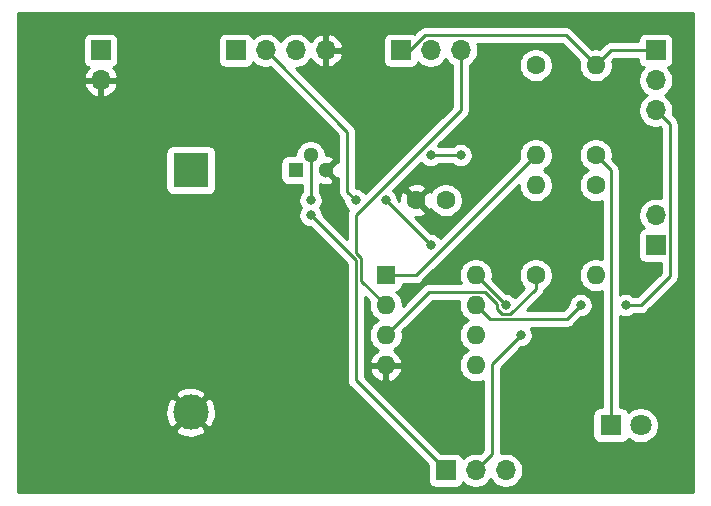
<source format=gbl>
G04 #@! TF.GenerationSoftware,KiCad,Pcbnew,5.1.9+dfsg1-1*
G04 #@! TF.CreationDate,2021-05-06T21:17:37+02:00*
G04 #@! TF.ProjectId,schema,73636865-6d61-42e6-9b69-6361645f7063,rev?*
G04 #@! TF.SameCoordinates,Original*
G04 #@! TF.FileFunction,Copper,L2,Bot*
G04 #@! TF.FilePolarity,Positive*
%FSLAX46Y46*%
G04 Gerber Fmt 4.6, Leading zero omitted, Abs format (unit mm)*
G04 Created by KiCad (PCBNEW 5.1.9+dfsg1-1) date 2021-05-06 21:17:37*
%MOMM*%
%LPD*%
G01*
G04 APERTURE LIST*
G04 #@! TA.AperFunction,ComponentPad*
%ADD10O,1.700000X1.700000*%
G04 #@! TD*
G04 #@! TA.AperFunction,ComponentPad*
%ADD11R,1.700000X1.700000*%
G04 #@! TD*
G04 #@! TA.AperFunction,ComponentPad*
%ADD12R,3.000000X3.000000*%
G04 #@! TD*
G04 #@! TA.AperFunction,ComponentPad*
%ADD13C,3.000000*%
G04 #@! TD*
G04 #@! TA.AperFunction,ComponentPad*
%ADD14C,1.600000*%
G04 #@! TD*
G04 #@! TA.AperFunction,ComponentPad*
%ADD15O,1.600000X1.600000*%
G04 #@! TD*
G04 #@! TA.AperFunction,ComponentPad*
%ADD16R,1.600000X1.600000*%
G04 #@! TD*
G04 #@! TA.AperFunction,ComponentPad*
%ADD17R,1.300000X1.300000*%
G04 #@! TD*
G04 #@! TA.AperFunction,ComponentPad*
%ADD18C,1.300000*%
G04 #@! TD*
G04 #@! TA.AperFunction,ComponentPad*
%ADD19C,1.800000*%
G04 #@! TD*
G04 #@! TA.AperFunction,ComponentPad*
%ADD20R,1.800000X1.800000*%
G04 #@! TD*
G04 #@! TA.AperFunction,ViaPad*
%ADD21C,0.800000*%
G04 #@! TD*
G04 #@! TA.AperFunction,Conductor*
%ADD22C,0.250000*%
G04 #@! TD*
G04 #@! TA.AperFunction,Conductor*
%ADD23C,0.254000*%
G04 #@! TD*
G04 #@! TA.AperFunction,Conductor*
%ADD24C,0.100000*%
G04 #@! TD*
G04 APERTURE END LIST*
D10*
X149860000Y-146050000D03*
X147320000Y-146050000D03*
D11*
X144780000Y-146050000D03*
D12*
X123190000Y-120650000D03*
D13*
X123190000Y-141140000D03*
D14*
X142280000Y-123190000D03*
X144780000Y-123190000D03*
D10*
X115570000Y-113030000D03*
D11*
X115570000Y-110490000D03*
D15*
X147320000Y-129540000D03*
X139700000Y-137160000D03*
X147320000Y-132080000D03*
X139700000Y-134620000D03*
X147320000Y-134620000D03*
X139700000Y-132080000D03*
X147320000Y-137160000D03*
D16*
X139700000Y-129540000D03*
D15*
X157480000Y-111760000D03*
D14*
X157480000Y-119380000D03*
D15*
X152400000Y-121920000D03*
D14*
X152400000Y-129540000D03*
D15*
X157480000Y-129540000D03*
D14*
X157480000Y-121920000D03*
D15*
X152400000Y-119380000D03*
D14*
X152400000Y-111760000D03*
D17*
X132080000Y-120650000D03*
D18*
X134620000Y-120650000D03*
X133350000Y-119380000D03*
D10*
X162560000Y-124460000D03*
D11*
X162560000Y-127000000D03*
D10*
X146050000Y-110490000D03*
X143510000Y-110490000D03*
D11*
X140970000Y-110490000D03*
D10*
X162560000Y-115570000D03*
X162560000Y-113030000D03*
D11*
X162560000Y-110490000D03*
D10*
X134620000Y-110490000D03*
X132080000Y-110490000D03*
X129540000Y-110490000D03*
D11*
X127000000Y-110490000D03*
D19*
X161290000Y-142240000D03*
D20*
X158750000Y-142240000D03*
D21*
X149860000Y-132080000D03*
X151130000Y-134620000D03*
X143510000Y-127000000D03*
X139700000Y-123190000D03*
X137160000Y-123190000D03*
X156210000Y-132080000D03*
X160020000Y-132080000D03*
X133350000Y-124460000D03*
X133350000Y-123190000D03*
X146050000Y-119380000D03*
X143510000Y-119380000D03*
D22*
X147320000Y-129540000D02*
X149860000Y-132080000D01*
X148684999Y-144685001D02*
X147320000Y-146050000D01*
X148684999Y-137065001D02*
X148684999Y-144685001D01*
X151130000Y-134620000D02*
X148684999Y-137065001D01*
X158750000Y-120650000D02*
X157480000Y-119380000D01*
X158750000Y-142240000D02*
X158750000Y-120650000D01*
X143510000Y-127000000D02*
X139700000Y-123190000D01*
X137160000Y-123190000D02*
X136434999Y-122464999D01*
X136434999Y-122464999D02*
X136434999Y-117384999D01*
X136434999Y-117384999D02*
X130389999Y-111339999D01*
X130389999Y-111339999D02*
X129540000Y-110490000D01*
X160020000Y-132080000D02*
X161290000Y-132080000D01*
X163735001Y-116745001D02*
X162560000Y-115570000D01*
X163735001Y-129634999D02*
X163735001Y-116745001D01*
X161290000Y-132080000D02*
X163735001Y-129634999D01*
X147320000Y-132080000D02*
X148495013Y-133255013D01*
X148495013Y-133255013D02*
X155034987Y-133255013D01*
X155034987Y-133255013D02*
X155810001Y-132479999D01*
X155810001Y-132479999D02*
X156210000Y-132080000D01*
X158750000Y-110490000D02*
X157480000Y-111760000D01*
X162560000Y-110490000D02*
X158750000Y-110490000D01*
X157480000Y-111760000D02*
X154940000Y-109220000D01*
X141770998Y-110490000D02*
X140970000Y-110490000D01*
X143040998Y-109220000D02*
X141770998Y-110490000D01*
X154940000Y-109220000D02*
X143040998Y-109220000D01*
X144780000Y-146050000D02*
X137160000Y-138430000D01*
X137160000Y-128270000D02*
X133350000Y-124460000D01*
X137160000Y-138430000D02*
X137160000Y-128270000D01*
X133350000Y-123190000D02*
X133350000Y-119380000D01*
X146050000Y-110490000D02*
X146050000Y-115570000D01*
X137160000Y-124460000D02*
X137160000Y-127633590D01*
X146050000Y-115570000D02*
X137160000Y-124460000D01*
X137160000Y-127633590D02*
X137610011Y-128083600D01*
X137610011Y-128083600D02*
X137610011Y-129990011D01*
X137610011Y-129990011D02*
X139700000Y-132080000D01*
X146050000Y-119380000D02*
X143510000Y-119380000D01*
X142240000Y-129540000D02*
X152400000Y-119380000D01*
X139700000Y-129540000D02*
X142240000Y-129540000D01*
X152400000Y-130671370D02*
X150266368Y-132805002D01*
X149134998Y-131991408D02*
X148098589Y-130954999D01*
X149134998Y-132428002D02*
X149134998Y-131991408D01*
X143365001Y-130954999D02*
X139700000Y-134620000D01*
X148098589Y-130954999D02*
X143365001Y-130954999D01*
X150266368Y-132805002D02*
X149511998Y-132805002D01*
X152400000Y-129540000D02*
X152400000Y-130671370D01*
X149511998Y-132805002D02*
X149134998Y-132428002D01*
D23*
X165710001Y-147930000D02*
X108610000Y-147930000D01*
X108610000Y-142631653D01*
X121877952Y-142631653D01*
X122033962Y-142947214D01*
X122408745Y-143138020D01*
X122813551Y-143252044D01*
X123232824Y-143284902D01*
X123650451Y-143235334D01*
X124050383Y-143105243D01*
X124346038Y-142947214D01*
X124502048Y-142631653D01*
X123190000Y-141319605D01*
X121877952Y-142631653D01*
X108610000Y-142631653D01*
X108610000Y-141182824D01*
X121045098Y-141182824D01*
X121094666Y-141600451D01*
X121224757Y-142000383D01*
X121382786Y-142296038D01*
X121698347Y-142452048D01*
X123010395Y-141140000D01*
X123369605Y-141140000D01*
X124681653Y-142452048D01*
X124997214Y-142296038D01*
X125188020Y-141921255D01*
X125302044Y-141516449D01*
X125334902Y-141097176D01*
X125285334Y-140679549D01*
X125155243Y-140279617D01*
X124997214Y-139983962D01*
X124681653Y-139827952D01*
X123369605Y-141140000D01*
X123010395Y-141140000D01*
X121698347Y-139827952D01*
X121382786Y-139983962D01*
X121191980Y-140358745D01*
X121077956Y-140763551D01*
X121045098Y-141182824D01*
X108610000Y-141182824D01*
X108610000Y-139648347D01*
X121877952Y-139648347D01*
X123190000Y-140960395D01*
X124502048Y-139648347D01*
X124346038Y-139332786D01*
X123971255Y-139141980D01*
X123566449Y-139027956D01*
X123147176Y-138995098D01*
X122729549Y-139044666D01*
X122329617Y-139174757D01*
X122033962Y-139332786D01*
X121877952Y-139648347D01*
X108610000Y-139648347D01*
X108610000Y-119150000D01*
X121051928Y-119150000D01*
X121051928Y-122150000D01*
X121064188Y-122274482D01*
X121100498Y-122394180D01*
X121159463Y-122504494D01*
X121238815Y-122601185D01*
X121335506Y-122680537D01*
X121445820Y-122739502D01*
X121565518Y-122775812D01*
X121690000Y-122788072D01*
X124690000Y-122788072D01*
X124814482Y-122775812D01*
X124934180Y-122739502D01*
X125044494Y-122680537D01*
X125141185Y-122601185D01*
X125220537Y-122504494D01*
X125279502Y-122394180D01*
X125315812Y-122274482D01*
X125328072Y-122150000D01*
X125328072Y-119150000D01*
X125315812Y-119025518D01*
X125279502Y-118905820D01*
X125220537Y-118795506D01*
X125141185Y-118698815D01*
X125044494Y-118619463D01*
X124934180Y-118560498D01*
X124814482Y-118524188D01*
X124690000Y-118511928D01*
X121690000Y-118511928D01*
X121565518Y-118524188D01*
X121445820Y-118560498D01*
X121335506Y-118619463D01*
X121238815Y-118698815D01*
X121159463Y-118795506D01*
X121100498Y-118905820D01*
X121064188Y-119025518D01*
X121051928Y-119150000D01*
X108610000Y-119150000D01*
X108610000Y-113386890D01*
X114128524Y-113386890D01*
X114173175Y-113534099D01*
X114298359Y-113796920D01*
X114472412Y-114030269D01*
X114688645Y-114225178D01*
X114938748Y-114374157D01*
X115213109Y-114471481D01*
X115443000Y-114350814D01*
X115443000Y-113157000D01*
X115697000Y-113157000D01*
X115697000Y-114350814D01*
X115926891Y-114471481D01*
X116201252Y-114374157D01*
X116451355Y-114225178D01*
X116667588Y-114030269D01*
X116841641Y-113796920D01*
X116966825Y-113534099D01*
X117011476Y-113386890D01*
X116890155Y-113157000D01*
X115697000Y-113157000D01*
X115443000Y-113157000D01*
X114249845Y-113157000D01*
X114128524Y-113386890D01*
X108610000Y-113386890D01*
X108610000Y-109640000D01*
X114081928Y-109640000D01*
X114081928Y-111340000D01*
X114094188Y-111464482D01*
X114130498Y-111584180D01*
X114189463Y-111694494D01*
X114268815Y-111791185D01*
X114365506Y-111870537D01*
X114475820Y-111929502D01*
X114556466Y-111953966D01*
X114472412Y-112029731D01*
X114298359Y-112263080D01*
X114173175Y-112525901D01*
X114128524Y-112673110D01*
X114249845Y-112903000D01*
X115443000Y-112903000D01*
X115443000Y-112883000D01*
X115697000Y-112883000D01*
X115697000Y-112903000D01*
X116890155Y-112903000D01*
X117011476Y-112673110D01*
X116966825Y-112525901D01*
X116841641Y-112263080D01*
X116667588Y-112029731D01*
X116583534Y-111953966D01*
X116664180Y-111929502D01*
X116774494Y-111870537D01*
X116871185Y-111791185D01*
X116950537Y-111694494D01*
X117009502Y-111584180D01*
X117045812Y-111464482D01*
X117058072Y-111340000D01*
X117058072Y-109640000D01*
X125511928Y-109640000D01*
X125511928Y-111340000D01*
X125524188Y-111464482D01*
X125560498Y-111584180D01*
X125619463Y-111694494D01*
X125698815Y-111791185D01*
X125795506Y-111870537D01*
X125905820Y-111929502D01*
X126025518Y-111965812D01*
X126150000Y-111978072D01*
X127850000Y-111978072D01*
X127974482Y-111965812D01*
X128094180Y-111929502D01*
X128204494Y-111870537D01*
X128301185Y-111791185D01*
X128380537Y-111694494D01*
X128439502Y-111584180D01*
X128461513Y-111511620D01*
X128593368Y-111643475D01*
X128836589Y-111805990D01*
X129106842Y-111917932D01*
X129393740Y-111975000D01*
X129686260Y-111975000D01*
X129906408Y-111931209D01*
X135675000Y-117699802D01*
X135674999Y-119983644D01*
X135505527Y-119944078D01*
X134799605Y-120650000D01*
X135505527Y-121355922D01*
X135674999Y-121316356D01*
X135674999Y-122427676D01*
X135671323Y-122464999D01*
X135674999Y-122502321D01*
X135674999Y-122502331D01*
X135685996Y-122613984D01*
X135724071Y-122739502D01*
X135729453Y-122757245D01*
X135800025Y-122889275D01*
X135806983Y-122897753D01*
X135894998Y-123005000D01*
X135924001Y-123028802D01*
X136125000Y-123229801D01*
X136125000Y-123291939D01*
X136164774Y-123491898D01*
X136242795Y-123680256D01*
X136356063Y-123849774D01*
X136500226Y-123993937D01*
X136538391Y-124019438D01*
X136525026Y-124035724D01*
X136459613Y-124158102D01*
X136454454Y-124167754D01*
X136410997Y-124311015D01*
X136400000Y-124422668D01*
X136400000Y-124422678D01*
X136396324Y-124460000D01*
X136400000Y-124497323D01*
X136400001Y-126435199D01*
X134385000Y-124420199D01*
X134385000Y-124358061D01*
X134345226Y-124158102D01*
X134267205Y-123969744D01*
X134170490Y-123825000D01*
X134267205Y-123680256D01*
X134345226Y-123491898D01*
X134385000Y-123291939D01*
X134385000Y-123088061D01*
X134345226Y-122888102D01*
X134267205Y-122699744D01*
X134153937Y-122530226D01*
X134110000Y-122486289D01*
X134110000Y-121829851D01*
X134197374Y-121870095D01*
X134443524Y-121929102D01*
X134696455Y-121938952D01*
X134946449Y-121899270D01*
X135183896Y-121811578D01*
X135272534Y-121764201D01*
X135325922Y-121535527D01*
X134620000Y-120829605D01*
X134605858Y-120843748D01*
X134426253Y-120664143D01*
X134440395Y-120650000D01*
X134426253Y-120635858D01*
X134605858Y-120456253D01*
X134620000Y-120470395D01*
X135325922Y-119764473D01*
X135272534Y-119535799D01*
X135042626Y-119429905D01*
X134796476Y-119370898D01*
X134635000Y-119364610D01*
X134635000Y-119253439D01*
X134585619Y-119005179D01*
X134488753Y-118771324D01*
X134348125Y-118560860D01*
X134169140Y-118381875D01*
X133958676Y-118241247D01*
X133724821Y-118144381D01*
X133476561Y-118095000D01*
X133223439Y-118095000D01*
X132975179Y-118144381D01*
X132741324Y-118241247D01*
X132530860Y-118381875D01*
X132351875Y-118560860D01*
X132211247Y-118771324D01*
X132114381Y-119005179D01*
X132065000Y-119253439D01*
X132065000Y-119361928D01*
X131430000Y-119361928D01*
X131305518Y-119374188D01*
X131185820Y-119410498D01*
X131075506Y-119469463D01*
X130978815Y-119548815D01*
X130899463Y-119645506D01*
X130840498Y-119755820D01*
X130804188Y-119875518D01*
X130791928Y-120000000D01*
X130791928Y-121300000D01*
X130804188Y-121424482D01*
X130840498Y-121544180D01*
X130899463Y-121654494D01*
X130978815Y-121751185D01*
X131075506Y-121830537D01*
X131185820Y-121889502D01*
X131305518Y-121925812D01*
X131430000Y-121938072D01*
X132590000Y-121938072D01*
X132590000Y-122486289D01*
X132546063Y-122530226D01*
X132432795Y-122699744D01*
X132354774Y-122888102D01*
X132315000Y-123088061D01*
X132315000Y-123291939D01*
X132354774Y-123491898D01*
X132432795Y-123680256D01*
X132529510Y-123825000D01*
X132432795Y-123969744D01*
X132354774Y-124158102D01*
X132315000Y-124358061D01*
X132315000Y-124561939D01*
X132354774Y-124761898D01*
X132432795Y-124950256D01*
X132546063Y-125119774D01*
X132690226Y-125263937D01*
X132859744Y-125377205D01*
X133048102Y-125455226D01*
X133248061Y-125495000D01*
X133310199Y-125495000D01*
X136400001Y-128584803D01*
X136400000Y-138392678D01*
X136396324Y-138430000D01*
X136400000Y-138467322D01*
X136400000Y-138467332D01*
X136410997Y-138578985D01*
X136454454Y-138722246D01*
X136525026Y-138854276D01*
X136564871Y-138902826D01*
X136619999Y-138970001D01*
X136649003Y-138993804D01*
X143291928Y-145636730D01*
X143291928Y-146900000D01*
X143304188Y-147024482D01*
X143340498Y-147144180D01*
X143399463Y-147254494D01*
X143478815Y-147351185D01*
X143575506Y-147430537D01*
X143685820Y-147489502D01*
X143805518Y-147525812D01*
X143930000Y-147538072D01*
X145630000Y-147538072D01*
X145754482Y-147525812D01*
X145874180Y-147489502D01*
X145984494Y-147430537D01*
X146081185Y-147351185D01*
X146160537Y-147254494D01*
X146219502Y-147144180D01*
X146241513Y-147071620D01*
X146373368Y-147203475D01*
X146616589Y-147365990D01*
X146886842Y-147477932D01*
X147173740Y-147535000D01*
X147466260Y-147535000D01*
X147753158Y-147477932D01*
X148023411Y-147365990D01*
X148266632Y-147203475D01*
X148473475Y-146996632D01*
X148590000Y-146822240D01*
X148706525Y-146996632D01*
X148913368Y-147203475D01*
X149156589Y-147365990D01*
X149426842Y-147477932D01*
X149713740Y-147535000D01*
X150006260Y-147535000D01*
X150293158Y-147477932D01*
X150563411Y-147365990D01*
X150806632Y-147203475D01*
X151013475Y-146996632D01*
X151175990Y-146753411D01*
X151287932Y-146483158D01*
X151345000Y-146196260D01*
X151345000Y-145903740D01*
X151287932Y-145616842D01*
X151175990Y-145346589D01*
X151013475Y-145103368D01*
X150806632Y-144896525D01*
X150563411Y-144734010D01*
X150293158Y-144622068D01*
X150006260Y-144565000D01*
X149713740Y-144565000D01*
X149444999Y-144618456D01*
X149444999Y-137379802D01*
X151169802Y-135655000D01*
X151231939Y-135655000D01*
X151431898Y-135615226D01*
X151620256Y-135537205D01*
X151789774Y-135423937D01*
X151933937Y-135279774D01*
X152047205Y-135110256D01*
X152125226Y-134921898D01*
X152165000Y-134721939D01*
X152165000Y-134518061D01*
X152125226Y-134318102D01*
X152047205Y-134129744D01*
X151970544Y-134015013D01*
X154997665Y-134015013D01*
X155034987Y-134018689D01*
X155072309Y-134015013D01*
X155072320Y-134015013D01*
X155183973Y-134004016D01*
X155327234Y-133960559D01*
X155459263Y-133889987D01*
X155574988Y-133795014D01*
X155598790Y-133766011D01*
X156249802Y-133115000D01*
X156311939Y-133115000D01*
X156511898Y-133075226D01*
X156700256Y-132997205D01*
X156869774Y-132883937D01*
X157013937Y-132739774D01*
X157127205Y-132570256D01*
X157205226Y-132381898D01*
X157245000Y-132181939D01*
X157245000Y-131978061D01*
X157205226Y-131778102D01*
X157127205Y-131589744D01*
X157013937Y-131420226D01*
X156869774Y-131276063D01*
X156700256Y-131162795D01*
X156511898Y-131084774D01*
X156311939Y-131045000D01*
X156108061Y-131045000D01*
X155908102Y-131084774D01*
X155719744Y-131162795D01*
X155550226Y-131276063D01*
X155406063Y-131420226D01*
X155292795Y-131589744D01*
X155214774Y-131778102D01*
X155175000Y-131978061D01*
X155175000Y-132040198D01*
X154720186Y-132495013D01*
X151651158Y-132495013D01*
X152911003Y-131235169D01*
X152940001Y-131211371D01*
X153034974Y-131095646D01*
X153105546Y-130963617D01*
X153149003Y-130820356D01*
X153154798Y-130761519D01*
X153314759Y-130654637D01*
X153514637Y-130454759D01*
X153671680Y-130219727D01*
X153779853Y-129958574D01*
X153835000Y-129681335D01*
X153835000Y-129398665D01*
X153779853Y-129121426D01*
X153671680Y-128860273D01*
X153514637Y-128625241D01*
X153314759Y-128425363D01*
X153079727Y-128268320D01*
X152818574Y-128160147D01*
X152541335Y-128105000D01*
X152258665Y-128105000D01*
X151981426Y-128160147D01*
X151720273Y-128268320D01*
X151485241Y-128425363D01*
X151285363Y-128625241D01*
X151128320Y-128860273D01*
X151020147Y-129121426D01*
X150965000Y-129398665D01*
X150965000Y-129681335D01*
X151020147Y-129958574D01*
X151128320Y-130219727D01*
X151285363Y-130454759D01*
X151413586Y-130582982D01*
X150620140Y-131376429D01*
X150519774Y-131276063D01*
X150350256Y-131162795D01*
X150161898Y-131084774D01*
X149961939Y-131045000D01*
X149899803Y-131045000D01*
X148718688Y-129863886D01*
X148755000Y-129681335D01*
X148755000Y-129398665D01*
X148699853Y-129121426D01*
X148591680Y-128860273D01*
X148434637Y-128625241D01*
X148234759Y-128425363D01*
X147999727Y-128268320D01*
X147738574Y-128160147D01*
X147461335Y-128105000D01*
X147178665Y-128105000D01*
X146901426Y-128160147D01*
X146640273Y-128268320D01*
X146405241Y-128425363D01*
X146205363Y-128625241D01*
X146048320Y-128860273D01*
X145940147Y-129121426D01*
X145885000Y-129398665D01*
X145885000Y-129681335D01*
X145940147Y-129958574D01*
X146038077Y-130194999D01*
X143402323Y-130194999D01*
X143365000Y-130191323D01*
X143327677Y-130194999D01*
X143327668Y-130194999D01*
X143216015Y-130205996D01*
X143072754Y-130249453D01*
X142940724Y-130320025D01*
X142862769Y-130384002D01*
X142825000Y-130414998D01*
X142801202Y-130443996D01*
X141135000Y-132110198D01*
X141135000Y-131938665D01*
X141079853Y-131661426D01*
X140971680Y-131400273D01*
X140814637Y-131165241D01*
X140616039Y-130966643D01*
X140624482Y-130965812D01*
X140744180Y-130929502D01*
X140854494Y-130870537D01*
X140951185Y-130791185D01*
X141030537Y-130694494D01*
X141089502Y-130584180D01*
X141125812Y-130464482D01*
X141138072Y-130340000D01*
X141138072Y-130300000D01*
X142202678Y-130300000D01*
X142240000Y-130303676D01*
X142277322Y-130300000D01*
X142277333Y-130300000D01*
X142388986Y-130289003D01*
X142532247Y-130245546D01*
X142664276Y-130174974D01*
X142780001Y-130080001D01*
X142803804Y-130050997D01*
X150965000Y-121889802D01*
X150965000Y-122061335D01*
X151020147Y-122338574D01*
X151128320Y-122599727D01*
X151285363Y-122834759D01*
X151485241Y-123034637D01*
X151720273Y-123191680D01*
X151981426Y-123299853D01*
X152258665Y-123355000D01*
X152541335Y-123355000D01*
X152818574Y-123299853D01*
X153079727Y-123191680D01*
X153314759Y-123034637D01*
X153514637Y-122834759D01*
X153671680Y-122599727D01*
X153779853Y-122338574D01*
X153835000Y-122061335D01*
X153835000Y-121778665D01*
X153779853Y-121501426D01*
X153671680Y-121240273D01*
X153514637Y-121005241D01*
X153314759Y-120805363D01*
X153082241Y-120650000D01*
X153314759Y-120494637D01*
X153514637Y-120294759D01*
X153671680Y-120059727D01*
X153779853Y-119798574D01*
X153835000Y-119521335D01*
X153835000Y-119238665D01*
X153779853Y-118961426D01*
X153671680Y-118700273D01*
X153514637Y-118465241D01*
X153314759Y-118265363D01*
X153079727Y-118108320D01*
X152818574Y-118000147D01*
X152541335Y-117945000D01*
X152258665Y-117945000D01*
X151981426Y-118000147D01*
X151720273Y-118108320D01*
X151485241Y-118265363D01*
X151285363Y-118465241D01*
X151128320Y-118700273D01*
X151020147Y-118961426D01*
X150965000Y-119238665D01*
X150965000Y-119521335D01*
X151001312Y-119703886D01*
X144334379Y-126370820D01*
X144313937Y-126340226D01*
X144169774Y-126196063D01*
X144000256Y-126082795D01*
X143811898Y-126004774D01*
X143611939Y-125965000D01*
X143549802Y-125965000D01*
X142207993Y-124623192D01*
X142350512Y-124630217D01*
X142630130Y-124588787D01*
X142896292Y-124493603D01*
X143021514Y-124426671D01*
X143093097Y-124182702D01*
X142280000Y-123369605D01*
X142265858Y-123383748D01*
X142086253Y-123204143D01*
X142100395Y-123190000D01*
X142459605Y-123190000D01*
X143272702Y-124003097D01*
X143516671Y-123931514D01*
X143530324Y-123902659D01*
X143665363Y-124104759D01*
X143865241Y-124304637D01*
X144100273Y-124461680D01*
X144361426Y-124569853D01*
X144638665Y-124625000D01*
X144921335Y-124625000D01*
X145198574Y-124569853D01*
X145459727Y-124461680D01*
X145694759Y-124304637D01*
X145894637Y-124104759D01*
X146051680Y-123869727D01*
X146159853Y-123608574D01*
X146215000Y-123331335D01*
X146215000Y-123048665D01*
X146159853Y-122771426D01*
X146051680Y-122510273D01*
X145894637Y-122275241D01*
X145694759Y-122075363D01*
X145459727Y-121918320D01*
X145198574Y-121810147D01*
X144921335Y-121755000D01*
X144638665Y-121755000D01*
X144361426Y-121810147D01*
X144100273Y-121918320D01*
X143865241Y-122075363D01*
X143665363Y-122275241D01*
X143531308Y-122475869D01*
X143516671Y-122448486D01*
X143272702Y-122376903D01*
X142459605Y-123190000D01*
X142100395Y-123190000D01*
X141287298Y-122376903D01*
X141043329Y-122448486D01*
X140922429Y-122703996D01*
X140853700Y-122978184D01*
X140840043Y-123255242D01*
X140735000Y-123150199D01*
X140735000Y-123088061D01*
X140695226Y-122888102D01*
X140617205Y-122699744D01*
X140503937Y-122530226D01*
X140359774Y-122386063D01*
X140329180Y-122365621D01*
X140497503Y-122197298D01*
X141466903Y-122197298D01*
X142280000Y-123010395D01*
X143093097Y-122197298D01*
X143021514Y-121953329D01*
X142766004Y-121832429D01*
X142491816Y-121763700D01*
X142209488Y-121749783D01*
X141929870Y-121791213D01*
X141663708Y-121886397D01*
X141538486Y-121953329D01*
X141466903Y-122197298D01*
X140497503Y-122197298D01*
X142685621Y-120009180D01*
X142706063Y-120039774D01*
X142850226Y-120183937D01*
X143019744Y-120297205D01*
X143208102Y-120375226D01*
X143408061Y-120415000D01*
X143611939Y-120415000D01*
X143811898Y-120375226D01*
X144000256Y-120297205D01*
X144169774Y-120183937D01*
X144213711Y-120140000D01*
X145346289Y-120140000D01*
X145390226Y-120183937D01*
X145559744Y-120297205D01*
X145748102Y-120375226D01*
X145948061Y-120415000D01*
X146151939Y-120415000D01*
X146351898Y-120375226D01*
X146540256Y-120297205D01*
X146709774Y-120183937D01*
X146853937Y-120039774D01*
X146967205Y-119870256D01*
X147045226Y-119681898D01*
X147085000Y-119481939D01*
X147085000Y-119278061D01*
X147045226Y-119078102D01*
X146967205Y-118889744D01*
X146853937Y-118720226D01*
X146709774Y-118576063D01*
X146540256Y-118462795D01*
X146351898Y-118384774D01*
X146151939Y-118345000D01*
X145948061Y-118345000D01*
X145748102Y-118384774D01*
X145559744Y-118462795D01*
X145390226Y-118576063D01*
X145346289Y-118620000D01*
X144213711Y-118620000D01*
X144169774Y-118576063D01*
X144139181Y-118555621D01*
X146561003Y-116133799D01*
X146590001Y-116110001D01*
X146684974Y-115994276D01*
X146755546Y-115862247D01*
X146799003Y-115718986D01*
X146810000Y-115607333D01*
X146813677Y-115570000D01*
X146810000Y-115532667D01*
X146810000Y-111768178D01*
X146996632Y-111643475D01*
X147021442Y-111618665D01*
X150965000Y-111618665D01*
X150965000Y-111901335D01*
X151020147Y-112178574D01*
X151128320Y-112439727D01*
X151285363Y-112674759D01*
X151485241Y-112874637D01*
X151720273Y-113031680D01*
X151981426Y-113139853D01*
X152258665Y-113195000D01*
X152541335Y-113195000D01*
X152818574Y-113139853D01*
X153079727Y-113031680D01*
X153314759Y-112874637D01*
X153514637Y-112674759D01*
X153671680Y-112439727D01*
X153779853Y-112178574D01*
X153835000Y-111901335D01*
X153835000Y-111618665D01*
X153779853Y-111341426D01*
X153671680Y-111080273D01*
X153514637Y-110845241D01*
X153314759Y-110645363D01*
X153079727Y-110488320D01*
X152818574Y-110380147D01*
X152541335Y-110325000D01*
X152258665Y-110325000D01*
X151981426Y-110380147D01*
X151720273Y-110488320D01*
X151485241Y-110645363D01*
X151285363Y-110845241D01*
X151128320Y-111080273D01*
X151020147Y-111341426D01*
X150965000Y-111618665D01*
X147021442Y-111618665D01*
X147203475Y-111436632D01*
X147365990Y-111193411D01*
X147477932Y-110923158D01*
X147535000Y-110636260D01*
X147535000Y-110343740D01*
X147477932Y-110056842D01*
X147446103Y-109980000D01*
X154625199Y-109980000D01*
X156081312Y-111436114D01*
X156045000Y-111618665D01*
X156045000Y-111901335D01*
X156100147Y-112178574D01*
X156208320Y-112439727D01*
X156365363Y-112674759D01*
X156565241Y-112874637D01*
X156800273Y-113031680D01*
X157061426Y-113139853D01*
X157338665Y-113195000D01*
X157621335Y-113195000D01*
X157898574Y-113139853D01*
X158159727Y-113031680D01*
X158394759Y-112874637D01*
X158594637Y-112674759D01*
X158751680Y-112439727D01*
X158859853Y-112178574D01*
X158915000Y-111901335D01*
X158915000Y-111618665D01*
X158878688Y-111436114D01*
X159064802Y-111250000D01*
X161071928Y-111250000D01*
X161071928Y-111340000D01*
X161084188Y-111464482D01*
X161120498Y-111584180D01*
X161179463Y-111694494D01*
X161258815Y-111791185D01*
X161355506Y-111870537D01*
X161465820Y-111929502D01*
X161538380Y-111951513D01*
X161406525Y-112083368D01*
X161244010Y-112326589D01*
X161132068Y-112596842D01*
X161075000Y-112883740D01*
X161075000Y-113176260D01*
X161132068Y-113463158D01*
X161244010Y-113733411D01*
X161406525Y-113976632D01*
X161613368Y-114183475D01*
X161787760Y-114300000D01*
X161613368Y-114416525D01*
X161406525Y-114623368D01*
X161244010Y-114866589D01*
X161132068Y-115136842D01*
X161075000Y-115423740D01*
X161075000Y-115716260D01*
X161132068Y-116003158D01*
X161244010Y-116273411D01*
X161406525Y-116516632D01*
X161613368Y-116723475D01*
X161856589Y-116885990D01*
X162126842Y-116997932D01*
X162413740Y-117055000D01*
X162706260Y-117055000D01*
X162926408Y-117011210D01*
X162975002Y-117059804D01*
X162975002Y-123028456D01*
X162706260Y-122975000D01*
X162413740Y-122975000D01*
X162126842Y-123032068D01*
X161856589Y-123144010D01*
X161613368Y-123306525D01*
X161406525Y-123513368D01*
X161244010Y-123756589D01*
X161132068Y-124026842D01*
X161075000Y-124313740D01*
X161075000Y-124606260D01*
X161132068Y-124893158D01*
X161244010Y-125163411D01*
X161406525Y-125406632D01*
X161538380Y-125538487D01*
X161465820Y-125560498D01*
X161355506Y-125619463D01*
X161258815Y-125698815D01*
X161179463Y-125795506D01*
X161120498Y-125905820D01*
X161084188Y-126025518D01*
X161071928Y-126150000D01*
X161071928Y-127850000D01*
X161084188Y-127974482D01*
X161120498Y-128094180D01*
X161179463Y-128204494D01*
X161258815Y-128301185D01*
X161355506Y-128380537D01*
X161465820Y-128439502D01*
X161585518Y-128475812D01*
X161710000Y-128488072D01*
X162975001Y-128488072D01*
X162975001Y-129320197D01*
X160975199Y-131320000D01*
X160723711Y-131320000D01*
X160679774Y-131276063D01*
X160510256Y-131162795D01*
X160321898Y-131084774D01*
X160121939Y-131045000D01*
X159918061Y-131045000D01*
X159718102Y-131084774D01*
X159529744Y-131162795D01*
X159510000Y-131175987D01*
X159510000Y-120687322D01*
X159513676Y-120649999D01*
X159510000Y-120612676D01*
X159510000Y-120612667D01*
X159499003Y-120501014D01*
X159455546Y-120357753D01*
X159384974Y-120225724D01*
X159290001Y-120109999D01*
X159261003Y-120086201D01*
X158878688Y-119703886D01*
X158915000Y-119521335D01*
X158915000Y-119238665D01*
X158859853Y-118961426D01*
X158751680Y-118700273D01*
X158594637Y-118465241D01*
X158394759Y-118265363D01*
X158159727Y-118108320D01*
X157898574Y-118000147D01*
X157621335Y-117945000D01*
X157338665Y-117945000D01*
X157061426Y-118000147D01*
X156800273Y-118108320D01*
X156565241Y-118265363D01*
X156365363Y-118465241D01*
X156208320Y-118700273D01*
X156100147Y-118961426D01*
X156045000Y-119238665D01*
X156045000Y-119521335D01*
X156100147Y-119798574D01*
X156208320Y-120059727D01*
X156365363Y-120294759D01*
X156565241Y-120494637D01*
X156797759Y-120650000D01*
X156565241Y-120805363D01*
X156365363Y-121005241D01*
X156208320Y-121240273D01*
X156100147Y-121501426D01*
X156045000Y-121778665D01*
X156045000Y-122061335D01*
X156100147Y-122338574D01*
X156208320Y-122599727D01*
X156365363Y-122834759D01*
X156565241Y-123034637D01*
X156800273Y-123191680D01*
X157061426Y-123299853D01*
X157338665Y-123355000D01*
X157621335Y-123355000D01*
X157898574Y-123299853D01*
X157990001Y-123261983D01*
X157990001Y-128198017D01*
X157898574Y-128160147D01*
X157621335Y-128105000D01*
X157338665Y-128105000D01*
X157061426Y-128160147D01*
X156800273Y-128268320D01*
X156565241Y-128425363D01*
X156365363Y-128625241D01*
X156208320Y-128860273D01*
X156100147Y-129121426D01*
X156045000Y-129398665D01*
X156045000Y-129681335D01*
X156100147Y-129958574D01*
X156208320Y-130219727D01*
X156365363Y-130454759D01*
X156565241Y-130654637D01*
X156800273Y-130811680D01*
X157061426Y-130919853D01*
X157338665Y-130975000D01*
X157621335Y-130975000D01*
X157898574Y-130919853D01*
X157990001Y-130881983D01*
X157990000Y-140701928D01*
X157850000Y-140701928D01*
X157725518Y-140714188D01*
X157605820Y-140750498D01*
X157495506Y-140809463D01*
X157398815Y-140888815D01*
X157319463Y-140985506D01*
X157260498Y-141095820D01*
X157224188Y-141215518D01*
X157211928Y-141340000D01*
X157211928Y-143140000D01*
X157224188Y-143264482D01*
X157260498Y-143384180D01*
X157319463Y-143494494D01*
X157398815Y-143591185D01*
X157495506Y-143670537D01*
X157605820Y-143729502D01*
X157725518Y-143765812D01*
X157850000Y-143778072D01*
X159650000Y-143778072D01*
X159774482Y-143765812D01*
X159894180Y-143729502D01*
X160004494Y-143670537D01*
X160101185Y-143591185D01*
X160180537Y-143494494D01*
X160239502Y-143384180D01*
X160245056Y-143365873D01*
X160311495Y-143432312D01*
X160562905Y-143600299D01*
X160842257Y-143716011D01*
X161138816Y-143775000D01*
X161441184Y-143775000D01*
X161737743Y-143716011D01*
X162017095Y-143600299D01*
X162268505Y-143432312D01*
X162482312Y-143218505D01*
X162650299Y-142967095D01*
X162766011Y-142687743D01*
X162825000Y-142391184D01*
X162825000Y-142088816D01*
X162766011Y-141792257D01*
X162650299Y-141512905D01*
X162482312Y-141261495D01*
X162268505Y-141047688D01*
X162017095Y-140879701D01*
X161737743Y-140763989D01*
X161441184Y-140705000D01*
X161138816Y-140705000D01*
X160842257Y-140763989D01*
X160562905Y-140879701D01*
X160311495Y-141047688D01*
X160245056Y-141114127D01*
X160239502Y-141095820D01*
X160180537Y-140985506D01*
X160101185Y-140888815D01*
X160004494Y-140809463D01*
X159894180Y-140750498D01*
X159774482Y-140714188D01*
X159650000Y-140701928D01*
X159510000Y-140701928D01*
X159510000Y-132984013D01*
X159529744Y-132997205D01*
X159718102Y-133075226D01*
X159918061Y-133115000D01*
X160121939Y-133115000D01*
X160321898Y-133075226D01*
X160510256Y-132997205D01*
X160679774Y-132883937D01*
X160723711Y-132840000D01*
X161252678Y-132840000D01*
X161290000Y-132843676D01*
X161327322Y-132840000D01*
X161327333Y-132840000D01*
X161438986Y-132829003D01*
X161582247Y-132785546D01*
X161714276Y-132714974D01*
X161830001Y-132620001D01*
X161853804Y-132590997D01*
X164246005Y-130198797D01*
X164275002Y-130175000D01*
X164369975Y-130059275D01*
X164440547Y-129927246D01*
X164484004Y-129783985D01*
X164495001Y-129672332D01*
X164495001Y-129672331D01*
X164498678Y-129634999D01*
X164495001Y-129597666D01*
X164495001Y-116782323D01*
X164498677Y-116745000D01*
X164495001Y-116707677D01*
X164495001Y-116707668D01*
X164484004Y-116596015D01*
X164440547Y-116452754D01*
X164369975Y-116320725D01*
X164275002Y-116205000D01*
X164246004Y-116181202D01*
X164001210Y-115936408D01*
X164045000Y-115716260D01*
X164045000Y-115423740D01*
X163987932Y-115136842D01*
X163875990Y-114866589D01*
X163713475Y-114623368D01*
X163506632Y-114416525D01*
X163332240Y-114300000D01*
X163506632Y-114183475D01*
X163713475Y-113976632D01*
X163875990Y-113733411D01*
X163987932Y-113463158D01*
X164045000Y-113176260D01*
X164045000Y-112883740D01*
X163987932Y-112596842D01*
X163875990Y-112326589D01*
X163713475Y-112083368D01*
X163581620Y-111951513D01*
X163654180Y-111929502D01*
X163764494Y-111870537D01*
X163861185Y-111791185D01*
X163940537Y-111694494D01*
X163999502Y-111584180D01*
X164035812Y-111464482D01*
X164048072Y-111340000D01*
X164048072Y-109640000D01*
X164035812Y-109515518D01*
X163999502Y-109395820D01*
X163940537Y-109285506D01*
X163861185Y-109188815D01*
X163764494Y-109109463D01*
X163654180Y-109050498D01*
X163534482Y-109014188D01*
X163410000Y-109001928D01*
X161710000Y-109001928D01*
X161585518Y-109014188D01*
X161465820Y-109050498D01*
X161355506Y-109109463D01*
X161258815Y-109188815D01*
X161179463Y-109285506D01*
X161120498Y-109395820D01*
X161084188Y-109515518D01*
X161071928Y-109640000D01*
X161071928Y-109730000D01*
X158787322Y-109730000D01*
X158749999Y-109726324D01*
X158712676Y-109730000D01*
X158712667Y-109730000D01*
X158601014Y-109740997D01*
X158457753Y-109784454D01*
X158325724Y-109855026D01*
X158209999Y-109949999D01*
X158186201Y-109978997D01*
X157803886Y-110361312D01*
X157621335Y-110325000D01*
X157338665Y-110325000D01*
X157156114Y-110361312D01*
X155503804Y-108709003D01*
X155480001Y-108679999D01*
X155364276Y-108585026D01*
X155232247Y-108514454D01*
X155088986Y-108470997D01*
X154977333Y-108460000D01*
X154977322Y-108460000D01*
X154940000Y-108456324D01*
X154902678Y-108460000D01*
X143078320Y-108460000D01*
X143040997Y-108456324D01*
X143003674Y-108460000D01*
X143003665Y-108460000D01*
X142892012Y-108470997D01*
X142748751Y-108514454D01*
X142616722Y-108585026D01*
X142500997Y-108679999D01*
X142477199Y-108708997D01*
X142110786Y-109075410D01*
X142064180Y-109050498D01*
X141944482Y-109014188D01*
X141820000Y-109001928D01*
X140120000Y-109001928D01*
X139995518Y-109014188D01*
X139875820Y-109050498D01*
X139765506Y-109109463D01*
X139668815Y-109188815D01*
X139589463Y-109285506D01*
X139530498Y-109395820D01*
X139494188Y-109515518D01*
X139481928Y-109640000D01*
X139481928Y-111340000D01*
X139494188Y-111464482D01*
X139530498Y-111584180D01*
X139589463Y-111694494D01*
X139668815Y-111791185D01*
X139765506Y-111870537D01*
X139875820Y-111929502D01*
X139995518Y-111965812D01*
X140120000Y-111978072D01*
X141820000Y-111978072D01*
X141944482Y-111965812D01*
X142064180Y-111929502D01*
X142174494Y-111870537D01*
X142271185Y-111791185D01*
X142350537Y-111694494D01*
X142409502Y-111584180D01*
X142431513Y-111511620D01*
X142563368Y-111643475D01*
X142806589Y-111805990D01*
X143076842Y-111917932D01*
X143363740Y-111975000D01*
X143656260Y-111975000D01*
X143943158Y-111917932D01*
X144213411Y-111805990D01*
X144456632Y-111643475D01*
X144663475Y-111436632D01*
X144780000Y-111262240D01*
X144896525Y-111436632D01*
X145103368Y-111643475D01*
X145290000Y-111768179D01*
X145290001Y-115255197D01*
X137984379Y-122560820D01*
X137963937Y-122530226D01*
X137819774Y-122386063D01*
X137650256Y-122272795D01*
X137461898Y-122194774D01*
X137261939Y-122155000D01*
X137199801Y-122155000D01*
X137194999Y-122150198D01*
X137194999Y-117422321D01*
X137198675Y-117384999D01*
X137194999Y-117347676D01*
X137194999Y-117347666D01*
X137184002Y-117236013D01*
X137140545Y-117092752D01*
X137089862Y-116997932D01*
X137069973Y-116960722D01*
X136998798Y-116873996D01*
X136975000Y-116844998D01*
X136946002Y-116821200D01*
X132099801Y-111975000D01*
X132226260Y-111975000D01*
X132513158Y-111917932D01*
X132783411Y-111805990D01*
X133026632Y-111643475D01*
X133233475Y-111436632D01*
X133355195Y-111254466D01*
X133424822Y-111371355D01*
X133619731Y-111587588D01*
X133853080Y-111761641D01*
X134115901Y-111886825D01*
X134263110Y-111931476D01*
X134493000Y-111810155D01*
X134493000Y-110617000D01*
X134747000Y-110617000D01*
X134747000Y-111810155D01*
X134976890Y-111931476D01*
X135124099Y-111886825D01*
X135386920Y-111761641D01*
X135620269Y-111587588D01*
X135815178Y-111371355D01*
X135964157Y-111121252D01*
X136061481Y-110846891D01*
X135940814Y-110617000D01*
X134747000Y-110617000D01*
X134493000Y-110617000D01*
X134473000Y-110617000D01*
X134473000Y-110363000D01*
X134493000Y-110363000D01*
X134493000Y-109169845D01*
X134747000Y-109169845D01*
X134747000Y-110363000D01*
X135940814Y-110363000D01*
X136061481Y-110133109D01*
X135964157Y-109858748D01*
X135815178Y-109608645D01*
X135620269Y-109392412D01*
X135386920Y-109218359D01*
X135124099Y-109093175D01*
X134976890Y-109048524D01*
X134747000Y-109169845D01*
X134493000Y-109169845D01*
X134263110Y-109048524D01*
X134115901Y-109093175D01*
X133853080Y-109218359D01*
X133619731Y-109392412D01*
X133424822Y-109608645D01*
X133355195Y-109725534D01*
X133233475Y-109543368D01*
X133026632Y-109336525D01*
X132783411Y-109174010D01*
X132513158Y-109062068D01*
X132226260Y-109005000D01*
X131933740Y-109005000D01*
X131646842Y-109062068D01*
X131376589Y-109174010D01*
X131133368Y-109336525D01*
X130926525Y-109543368D01*
X130810000Y-109717760D01*
X130693475Y-109543368D01*
X130486632Y-109336525D01*
X130243411Y-109174010D01*
X129973158Y-109062068D01*
X129686260Y-109005000D01*
X129393740Y-109005000D01*
X129106842Y-109062068D01*
X128836589Y-109174010D01*
X128593368Y-109336525D01*
X128461513Y-109468380D01*
X128439502Y-109395820D01*
X128380537Y-109285506D01*
X128301185Y-109188815D01*
X128204494Y-109109463D01*
X128094180Y-109050498D01*
X127974482Y-109014188D01*
X127850000Y-109001928D01*
X126150000Y-109001928D01*
X126025518Y-109014188D01*
X125905820Y-109050498D01*
X125795506Y-109109463D01*
X125698815Y-109188815D01*
X125619463Y-109285506D01*
X125560498Y-109395820D01*
X125524188Y-109515518D01*
X125511928Y-109640000D01*
X117058072Y-109640000D01*
X117045812Y-109515518D01*
X117009502Y-109395820D01*
X116950537Y-109285506D01*
X116871185Y-109188815D01*
X116774494Y-109109463D01*
X116664180Y-109050498D01*
X116544482Y-109014188D01*
X116420000Y-109001928D01*
X114720000Y-109001928D01*
X114595518Y-109014188D01*
X114475820Y-109050498D01*
X114365506Y-109109463D01*
X114268815Y-109188815D01*
X114189463Y-109285506D01*
X114130498Y-109395820D01*
X114094188Y-109515518D01*
X114081928Y-109640000D01*
X108610000Y-109640000D01*
X108610000Y-107340000D01*
X165710000Y-107340000D01*
X165710001Y-147930000D01*
G04 #@! TA.AperFunction,Conductor*
D24*
G36*
X165710001Y-147930000D02*
G01*
X108610000Y-147930000D01*
X108610000Y-142631653D01*
X121877952Y-142631653D01*
X122033962Y-142947214D01*
X122408745Y-143138020D01*
X122813551Y-143252044D01*
X123232824Y-143284902D01*
X123650451Y-143235334D01*
X124050383Y-143105243D01*
X124346038Y-142947214D01*
X124502048Y-142631653D01*
X123190000Y-141319605D01*
X121877952Y-142631653D01*
X108610000Y-142631653D01*
X108610000Y-141182824D01*
X121045098Y-141182824D01*
X121094666Y-141600451D01*
X121224757Y-142000383D01*
X121382786Y-142296038D01*
X121698347Y-142452048D01*
X123010395Y-141140000D01*
X123369605Y-141140000D01*
X124681653Y-142452048D01*
X124997214Y-142296038D01*
X125188020Y-141921255D01*
X125302044Y-141516449D01*
X125334902Y-141097176D01*
X125285334Y-140679549D01*
X125155243Y-140279617D01*
X124997214Y-139983962D01*
X124681653Y-139827952D01*
X123369605Y-141140000D01*
X123010395Y-141140000D01*
X121698347Y-139827952D01*
X121382786Y-139983962D01*
X121191980Y-140358745D01*
X121077956Y-140763551D01*
X121045098Y-141182824D01*
X108610000Y-141182824D01*
X108610000Y-139648347D01*
X121877952Y-139648347D01*
X123190000Y-140960395D01*
X124502048Y-139648347D01*
X124346038Y-139332786D01*
X123971255Y-139141980D01*
X123566449Y-139027956D01*
X123147176Y-138995098D01*
X122729549Y-139044666D01*
X122329617Y-139174757D01*
X122033962Y-139332786D01*
X121877952Y-139648347D01*
X108610000Y-139648347D01*
X108610000Y-119150000D01*
X121051928Y-119150000D01*
X121051928Y-122150000D01*
X121064188Y-122274482D01*
X121100498Y-122394180D01*
X121159463Y-122504494D01*
X121238815Y-122601185D01*
X121335506Y-122680537D01*
X121445820Y-122739502D01*
X121565518Y-122775812D01*
X121690000Y-122788072D01*
X124690000Y-122788072D01*
X124814482Y-122775812D01*
X124934180Y-122739502D01*
X125044494Y-122680537D01*
X125141185Y-122601185D01*
X125220537Y-122504494D01*
X125279502Y-122394180D01*
X125315812Y-122274482D01*
X125328072Y-122150000D01*
X125328072Y-119150000D01*
X125315812Y-119025518D01*
X125279502Y-118905820D01*
X125220537Y-118795506D01*
X125141185Y-118698815D01*
X125044494Y-118619463D01*
X124934180Y-118560498D01*
X124814482Y-118524188D01*
X124690000Y-118511928D01*
X121690000Y-118511928D01*
X121565518Y-118524188D01*
X121445820Y-118560498D01*
X121335506Y-118619463D01*
X121238815Y-118698815D01*
X121159463Y-118795506D01*
X121100498Y-118905820D01*
X121064188Y-119025518D01*
X121051928Y-119150000D01*
X108610000Y-119150000D01*
X108610000Y-113386890D01*
X114128524Y-113386890D01*
X114173175Y-113534099D01*
X114298359Y-113796920D01*
X114472412Y-114030269D01*
X114688645Y-114225178D01*
X114938748Y-114374157D01*
X115213109Y-114471481D01*
X115443000Y-114350814D01*
X115443000Y-113157000D01*
X115697000Y-113157000D01*
X115697000Y-114350814D01*
X115926891Y-114471481D01*
X116201252Y-114374157D01*
X116451355Y-114225178D01*
X116667588Y-114030269D01*
X116841641Y-113796920D01*
X116966825Y-113534099D01*
X117011476Y-113386890D01*
X116890155Y-113157000D01*
X115697000Y-113157000D01*
X115443000Y-113157000D01*
X114249845Y-113157000D01*
X114128524Y-113386890D01*
X108610000Y-113386890D01*
X108610000Y-109640000D01*
X114081928Y-109640000D01*
X114081928Y-111340000D01*
X114094188Y-111464482D01*
X114130498Y-111584180D01*
X114189463Y-111694494D01*
X114268815Y-111791185D01*
X114365506Y-111870537D01*
X114475820Y-111929502D01*
X114556466Y-111953966D01*
X114472412Y-112029731D01*
X114298359Y-112263080D01*
X114173175Y-112525901D01*
X114128524Y-112673110D01*
X114249845Y-112903000D01*
X115443000Y-112903000D01*
X115443000Y-112883000D01*
X115697000Y-112883000D01*
X115697000Y-112903000D01*
X116890155Y-112903000D01*
X117011476Y-112673110D01*
X116966825Y-112525901D01*
X116841641Y-112263080D01*
X116667588Y-112029731D01*
X116583534Y-111953966D01*
X116664180Y-111929502D01*
X116774494Y-111870537D01*
X116871185Y-111791185D01*
X116950537Y-111694494D01*
X117009502Y-111584180D01*
X117045812Y-111464482D01*
X117058072Y-111340000D01*
X117058072Y-109640000D01*
X125511928Y-109640000D01*
X125511928Y-111340000D01*
X125524188Y-111464482D01*
X125560498Y-111584180D01*
X125619463Y-111694494D01*
X125698815Y-111791185D01*
X125795506Y-111870537D01*
X125905820Y-111929502D01*
X126025518Y-111965812D01*
X126150000Y-111978072D01*
X127850000Y-111978072D01*
X127974482Y-111965812D01*
X128094180Y-111929502D01*
X128204494Y-111870537D01*
X128301185Y-111791185D01*
X128380537Y-111694494D01*
X128439502Y-111584180D01*
X128461513Y-111511620D01*
X128593368Y-111643475D01*
X128836589Y-111805990D01*
X129106842Y-111917932D01*
X129393740Y-111975000D01*
X129686260Y-111975000D01*
X129906408Y-111931209D01*
X135675000Y-117699802D01*
X135674999Y-119983644D01*
X135505527Y-119944078D01*
X134799605Y-120650000D01*
X135505527Y-121355922D01*
X135674999Y-121316356D01*
X135674999Y-122427676D01*
X135671323Y-122464999D01*
X135674999Y-122502321D01*
X135674999Y-122502331D01*
X135685996Y-122613984D01*
X135724071Y-122739502D01*
X135729453Y-122757245D01*
X135800025Y-122889275D01*
X135806983Y-122897753D01*
X135894998Y-123005000D01*
X135924001Y-123028802D01*
X136125000Y-123229801D01*
X136125000Y-123291939D01*
X136164774Y-123491898D01*
X136242795Y-123680256D01*
X136356063Y-123849774D01*
X136500226Y-123993937D01*
X136538391Y-124019438D01*
X136525026Y-124035724D01*
X136459613Y-124158102D01*
X136454454Y-124167754D01*
X136410997Y-124311015D01*
X136400000Y-124422668D01*
X136400000Y-124422678D01*
X136396324Y-124460000D01*
X136400000Y-124497323D01*
X136400001Y-126435199D01*
X134385000Y-124420199D01*
X134385000Y-124358061D01*
X134345226Y-124158102D01*
X134267205Y-123969744D01*
X134170490Y-123825000D01*
X134267205Y-123680256D01*
X134345226Y-123491898D01*
X134385000Y-123291939D01*
X134385000Y-123088061D01*
X134345226Y-122888102D01*
X134267205Y-122699744D01*
X134153937Y-122530226D01*
X134110000Y-122486289D01*
X134110000Y-121829851D01*
X134197374Y-121870095D01*
X134443524Y-121929102D01*
X134696455Y-121938952D01*
X134946449Y-121899270D01*
X135183896Y-121811578D01*
X135272534Y-121764201D01*
X135325922Y-121535527D01*
X134620000Y-120829605D01*
X134605858Y-120843748D01*
X134426253Y-120664143D01*
X134440395Y-120650000D01*
X134426253Y-120635858D01*
X134605858Y-120456253D01*
X134620000Y-120470395D01*
X135325922Y-119764473D01*
X135272534Y-119535799D01*
X135042626Y-119429905D01*
X134796476Y-119370898D01*
X134635000Y-119364610D01*
X134635000Y-119253439D01*
X134585619Y-119005179D01*
X134488753Y-118771324D01*
X134348125Y-118560860D01*
X134169140Y-118381875D01*
X133958676Y-118241247D01*
X133724821Y-118144381D01*
X133476561Y-118095000D01*
X133223439Y-118095000D01*
X132975179Y-118144381D01*
X132741324Y-118241247D01*
X132530860Y-118381875D01*
X132351875Y-118560860D01*
X132211247Y-118771324D01*
X132114381Y-119005179D01*
X132065000Y-119253439D01*
X132065000Y-119361928D01*
X131430000Y-119361928D01*
X131305518Y-119374188D01*
X131185820Y-119410498D01*
X131075506Y-119469463D01*
X130978815Y-119548815D01*
X130899463Y-119645506D01*
X130840498Y-119755820D01*
X130804188Y-119875518D01*
X130791928Y-120000000D01*
X130791928Y-121300000D01*
X130804188Y-121424482D01*
X130840498Y-121544180D01*
X130899463Y-121654494D01*
X130978815Y-121751185D01*
X131075506Y-121830537D01*
X131185820Y-121889502D01*
X131305518Y-121925812D01*
X131430000Y-121938072D01*
X132590000Y-121938072D01*
X132590000Y-122486289D01*
X132546063Y-122530226D01*
X132432795Y-122699744D01*
X132354774Y-122888102D01*
X132315000Y-123088061D01*
X132315000Y-123291939D01*
X132354774Y-123491898D01*
X132432795Y-123680256D01*
X132529510Y-123825000D01*
X132432795Y-123969744D01*
X132354774Y-124158102D01*
X132315000Y-124358061D01*
X132315000Y-124561939D01*
X132354774Y-124761898D01*
X132432795Y-124950256D01*
X132546063Y-125119774D01*
X132690226Y-125263937D01*
X132859744Y-125377205D01*
X133048102Y-125455226D01*
X133248061Y-125495000D01*
X133310199Y-125495000D01*
X136400001Y-128584803D01*
X136400000Y-138392678D01*
X136396324Y-138430000D01*
X136400000Y-138467322D01*
X136400000Y-138467332D01*
X136410997Y-138578985D01*
X136454454Y-138722246D01*
X136525026Y-138854276D01*
X136564871Y-138902826D01*
X136619999Y-138970001D01*
X136649003Y-138993804D01*
X143291928Y-145636730D01*
X143291928Y-146900000D01*
X143304188Y-147024482D01*
X143340498Y-147144180D01*
X143399463Y-147254494D01*
X143478815Y-147351185D01*
X143575506Y-147430537D01*
X143685820Y-147489502D01*
X143805518Y-147525812D01*
X143930000Y-147538072D01*
X145630000Y-147538072D01*
X145754482Y-147525812D01*
X145874180Y-147489502D01*
X145984494Y-147430537D01*
X146081185Y-147351185D01*
X146160537Y-147254494D01*
X146219502Y-147144180D01*
X146241513Y-147071620D01*
X146373368Y-147203475D01*
X146616589Y-147365990D01*
X146886842Y-147477932D01*
X147173740Y-147535000D01*
X147466260Y-147535000D01*
X147753158Y-147477932D01*
X148023411Y-147365990D01*
X148266632Y-147203475D01*
X148473475Y-146996632D01*
X148590000Y-146822240D01*
X148706525Y-146996632D01*
X148913368Y-147203475D01*
X149156589Y-147365990D01*
X149426842Y-147477932D01*
X149713740Y-147535000D01*
X150006260Y-147535000D01*
X150293158Y-147477932D01*
X150563411Y-147365990D01*
X150806632Y-147203475D01*
X151013475Y-146996632D01*
X151175990Y-146753411D01*
X151287932Y-146483158D01*
X151345000Y-146196260D01*
X151345000Y-145903740D01*
X151287932Y-145616842D01*
X151175990Y-145346589D01*
X151013475Y-145103368D01*
X150806632Y-144896525D01*
X150563411Y-144734010D01*
X150293158Y-144622068D01*
X150006260Y-144565000D01*
X149713740Y-144565000D01*
X149444999Y-144618456D01*
X149444999Y-137379802D01*
X151169802Y-135655000D01*
X151231939Y-135655000D01*
X151431898Y-135615226D01*
X151620256Y-135537205D01*
X151789774Y-135423937D01*
X151933937Y-135279774D01*
X152047205Y-135110256D01*
X152125226Y-134921898D01*
X152165000Y-134721939D01*
X152165000Y-134518061D01*
X152125226Y-134318102D01*
X152047205Y-134129744D01*
X151970544Y-134015013D01*
X154997665Y-134015013D01*
X155034987Y-134018689D01*
X155072309Y-134015013D01*
X155072320Y-134015013D01*
X155183973Y-134004016D01*
X155327234Y-133960559D01*
X155459263Y-133889987D01*
X155574988Y-133795014D01*
X155598790Y-133766011D01*
X156249802Y-133115000D01*
X156311939Y-133115000D01*
X156511898Y-133075226D01*
X156700256Y-132997205D01*
X156869774Y-132883937D01*
X157013937Y-132739774D01*
X157127205Y-132570256D01*
X157205226Y-132381898D01*
X157245000Y-132181939D01*
X157245000Y-131978061D01*
X157205226Y-131778102D01*
X157127205Y-131589744D01*
X157013937Y-131420226D01*
X156869774Y-131276063D01*
X156700256Y-131162795D01*
X156511898Y-131084774D01*
X156311939Y-131045000D01*
X156108061Y-131045000D01*
X155908102Y-131084774D01*
X155719744Y-131162795D01*
X155550226Y-131276063D01*
X155406063Y-131420226D01*
X155292795Y-131589744D01*
X155214774Y-131778102D01*
X155175000Y-131978061D01*
X155175000Y-132040198D01*
X154720186Y-132495013D01*
X151651158Y-132495013D01*
X152911003Y-131235169D01*
X152940001Y-131211371D01*
X153034974Y-131095646D01*
X153105546Y-130963617D01*
X153149003Y-130820356D01*
X153154798Y-130761519D01*
X153314759Y-130654637D01*
X153514637Y-130454759D01*
X153671680Y-130219727D01*
X153779853Y-129958574D01*
X153835000Y-129681335D01*
X153835000Y-129398665D01*
X153779853Y-129121426D01*
X153671680Y-128860273D01*
X153514637Y-128625241D01*
X153314759Y-128425363D01*
X153079727Y-128268320D01*
X152818574Y-128160147D01*
X152541335Y-128105000D01*
X152258665Y-128105000D01*
X151981426Y-128160147D01*
X151720273Y-128268320D01*
X151485241Y-128425363D01*
X151285363Y-128625241D01*
X151128320Y-128860273D01*
X151020147Y-129121426D01*
X150965000Y-129398665D01*
X150965000Y-129681335D01*
X151020147Y-129958574D01*
X151128320Y-130219727D01*
X151285363Y-130454759D01*
X151413586Y-130582982D01*
X150620140Y-131376429D01*
X150519774Y-131276063D01*
X150350256Y-131162795D01*
X150161898Y-131084774D01*
X149961939Y-131045000D01*
X149899803Y-131045000D01*
X148718688Y-129863886D01*
X148755000Y-129681335D01*
X148755000Y-129398665D01*
X148699853Y-129121426D01*
X148591680Y-128860273D01*
X148434637Y-128625241D01*
X148234759Y-128425363D01*
X147999727Y-128268320D01*
X147738574Y-128160147D01*
X147461335Y-128105000D01*
X147178665Y-128105000D01*
X146901426Y-128160147D01*
X146640273Y-128268320D01*
X146405241Y-128425363D01*
X146205363Y-128625241D01*
X146048320Y-128860273D01*
X145940147Y-129121426D01*
X145885000Y-129398665D01*
X145885000Y-129681335D01*
X145940147Y-129958574D01*
X146038077Y-130194999D01*
X143402323Y-130194999D01*
X143365000Y-130191323D01*
X143327677Y-130194999D01*
X143327668Y-130194999D01*
X143216015Y-130205996D01*
X143072754Y-130249453D01*
X142940724Y-130320025D01*
X142862769Y-130384002D01*
X142825000Y-130414998D01*
X142801202Y-130443996D01*
X141135000Y-132110198D01*
X141135000Y-131938665D01*
X141079853Y-131661426D01*
X140971680Y-131400273D01*
X140814637Y-131165241D01*
X140616039Y-130966643D01*
X140624482Y-130965812D01*
X140744180Y-130929502D01*
X140854494Y-130870537D01*
X140951185Y-130791185D01*
X141030537Y-130694494D01*
X141089502Y-130584180D01*
X141125812Y-130464482D01*
X141138072Y-130340000D01*
X141138072Y-130300000D01*
X142202678Y-130300000D01*
X142240000Y-130303676D01*
X142277322Y-130300000D01*
X142277333Y-130300000D01*
X142388986Y-130289003D01*
X142532247Y-130245546D01*
X142664276Y-130174974D01*
X142780001Y-130080001D01*
X142803804Y-130050997D01*
X150965000Y-121889802D01*
X150965000Y-122061335D01*
X151020147Y-122338574D01*
X151128320Y-122599727D01*
X151285363Y-122834759D01*
X151485241Y-123034637D01*
X151720273Y-123191680D01*
X151981426Y-123299853D01*
X152258665Y-123355000D01*
X152541335Y-123355000D01*
X152818574Y-123299853D01*
X153079727Y-123191680D01*
X153314759Y-123034637D01*
X153514637Y-122834759D01*
X153671680Y-122599727D01*
X153779853Y-122338574D01*
X153835000Y-122061335D01*
X153835000Y-121778665D01*
X153779853Y-121501426D01*
X153671680Y-121240273D01*
X153514637Y-121005241D01*
X153314759Y-120805363D01*
X153082241Y-120650000D01*
X153314759Y-120494637D01*
X153514637Y-120294759D01*
X153671680Y-120059727D01*
X153779853Y-119798574D01*
X153835000Y-119521335D01*
X153835000Y-119238665D01*
X153779853Y-118961426D01*
X153671680Y-118700273D01*
X153514637Y-118465241D01*
X153314759Y-118265363D01*
X153079727Y-118108320D01*
X152818574Y-118000147D01*
X152541335Y-117945000D01*
X152258665Y-117945000D01*
X151981426Y-118000147D01*
X151720273Y-118108320D01*
X151485241Y-118265363D01*
X151285363Y-118465241D01*
X151128320Y-118700273D01*
X151020147Y-118961426D01*
X150965000Y-119238665D01*
X150965000Y-119521335D01*
X151001312Y-119703886D01*
X144334379Y-126370820D01*
X144313937Y-126340226D01*
X144169774Y-126196063D01*
X144000256Y-126082795D01*
X143811898Y-126004774D01*
X143611939Y-125965000D01*
X143549802Y-125965000D01*
X142207993Y-124623192D01*
X142350512Y-124630217D01*
X142630130Y-124588787D01*
X142896292Y-124493603D01*
X143021514Y-124426671D01*
X143093097Y-124182702D01*
X142280000Y-123369605D01*
X142265858Y-123383748D01*
X142086253Y-123204143D01*
X142100395Y-123190000D01*
X142459605Y-123190000D01*
X143272702Y-124003097D01*
X143516671Y-123931514D01*
X143530324Y-123902659D01*
X143665363Y-124104759D01*
X143865241Y-124304637D01*
X144100273Y-124461680D01*
X144361426Y-124569853D01*
X144638665Y-124625000D01*
X144921335Y-124625000D01*
X145198574Y-124569853D01*
X145459727Y-124461680D01*
X145694759Y-124304637D01*
X145894637Y-124104759D01*
X146051680Y-123869727D01*
X146159853Y-123608574D01*
X146215000Y-123331335D01*
X146215000Y-123048665D01*
X146159853Y-122771426D01*
X146051680Y-122510273D01*
X145894637Y-122275241D01*
X145694759Y-122075363D01*
X145459727Y-121918320D01*
X145198574Y-121810147D01*
X144921335Y-121755000D01*
X144638665Y-121755000D01*
X144361426Y-121810147D01*
X144100273Y-121918320D01*
X143865241Y-122075363D01*
X143665363Y-122275241D01*
X143531308Y-122475869D01*
X143516671Y-122448486D01*
X143272702Y-122376903D01*
X142459605Y-123190000D01*
X142100395Y-123190000D01*
X141287298Y-122376903D01*
X141043329Y-122448486D01*
X140922429Y-122703996D01*
X140853700Y-122978184D01*
X140840043Y-123255242D01*
X140735000Y-123150199D01*
X140735000Y-123088061D01*
X140695226Y-122888102D01*
X140617205Y-122699744D01*
X140503937Y-122530226D01*
X140359774Y-122386063D01*
X140329180Y-122365621D01*
X140497503Y-122197298D01*
X141466903Y-122197298D01*
X142280000Y-123010395D01*
X143093097Y-122197298D01*
X143021514Y-121953329D01*
X142766004Y-121832429D01*
X142491816Y-121763700D01*
X142209488Y-121749783D01*
X141929870Y-121791213D01*
X141663708Y-121886397D01*
X141538486Y-121953329D01*
X141466903Y-122197298D01*
X140497503Y-122197298D01*
X142685621Y-120009180D01*
X142706063Y-120039774D01*
X142850226Y-120183937D01*
X143019744Y-120297205D01*
X143208102Y-120375226D01*
X143408061Y-120415000D01*
X143611939Y-120415000D01*
X143811898Y-120375226D01*
X144000256Y-120297205D01*
X144169774Y-120183937D01*
X144213711Y-120140000D01*
X145346289Y-120140000D01*
X145390226Y-120183937D01*
X145559744Y-120297205D01*
X145748102Y-120375226D01*
X145948061Y-120415000D01*
X146151939Y-120415000D01*
X146351898Y-120375226D01*
X146540256Y-120297205D01*
X146709774Y-120183937D01*
X146853937Y-120039774D01*
X146967205Y-119870256D01*
X147045226Y-119681898D01*
X147085000Y-119481939D01*
X147085000Y-119278061D01*
X147045226Y-119078102D01*
X146967205Y-118889744D01*
X146853937Y-118720226D01*
X146709774Y-118576063D01*
X146540256Y-118462795D01*
X146351898Y-118384774D01*
X146151939Y-118345000D01*
X145948061Y-118345000D01*
X145748102Y-118384774D01*
X145559744Y-118462795D01*
X145390226Y-118576063D01*
X145346289Y-118620000D01*
X144213711Y-118620000D01*
X144169774Y-118576063D01*
X144139181Y-118555621D01*
X146561003Y-116133799D01*
X146590001Y-116110001D01*
X146684974Y-115994276D01*
X146755546Y-115862247D01*
X146799003Y-115718986D01*
X146810000Y-115607333D01*
X146813677Y-115570000D01*
X146810000Y-115532667D01*
X146810000Y-111768178D01*
X146996632Y-111643475D01*
X147021442Y-111618665D01*
X150965000Y-111618665D01*
X150965000Y-111901335D01*
X151020147Y-112178574D01*
X151128320Y-112439727D01*
X151285363Y-112674759D01*
X151485241Y-112874637D01*
X151720273Y-113031680D01*
X151981426Y-113139853D01*
X152258665Y-113195000D01*
X152541335Y-113195000D01*
X152818574Y-113139853D01*
X153079727Y-113031680D01*
X153314759Y-112874637D01*
X153514637Y-112674759D01*
X153671680Y-112439727D01*
X153779853Y-112178574D01*
X153835000Y-111901335D01*
X153835000Y-111618665D01*
X153779853Y-111341426D01*
X153671680Y-111080273D01*
X153514637Y-110845241D01*
X153314759Y-110645363D01*
X153079727Y-110488320D01*
X152818574Y-110380147D01*
X152541335Y-110325000D01*
X152258665Y-110325000D01*
X151981426Y-110380147D01*
X151720273Y-110488320D01*
X151485241Y-110645363D01*
X151285363Y-110845241D01*
X151128320Y-111080273D01*
X151020147Y-111341426D01*
X150965000Y-111618665D01*
X147021442Y-111618665D01*
X147203475Y-111436632D01*
X147365990Y-111193411D01*
X147477932Y-110923158D01*
X147535000Y-110636260D01*
X147535000Y-110343740D01*
X147477932Y-110056842D01*
X147446103Y-109980000D01*
X154625199Y-109980000D01*
X156081312Y-111436114D01*
X156045000Y-111618665D01*
X156045000Y-111901335D01*
X156100147Y-112178574D01*
X156208320Y-112439727D01*
X156365363Y-112674759D01*
X156565241Y-112874637D01*
X156800273Y-113031680D01*
X157061426Y-113139853D01*
X157338665Y-113195000D01*
X157621335Y-113195000D01*
X157898574Y-113139853D01*
X158159727Y-113031680D01*
X158394759Y-112874637D01*
X158594637Y-112674759D01*
X158751680Y-112439727D01*
X158859853Y-112178574D01*
X158915000Y-111901335D01*
X158915000Y-111618665D01*
X158878688Y-111436114D01*
X159064802Y-111250000D01*
X161071928Y-111250000D01*
X161071928Y-111340000D01*
X161084188Y-111464482D01*
X161120498Y-111584180D01*
X161179463Y-111694494D01*
X161258815Y-111791185D01*
X161355506Y-111870537D01*
X161465820Y-111929502D01*
X161538380Y-111951513D01*
X161406525Y-112083368D01*
X161244010Y-112326589D01*
X161132068Y-112596842D01*
X161075000Y-112883740D01*
X161075000Y-113176260D01*
X161132068Y-113463158D01*
X161244010Y-113733411D01*
X161406525Y-113976632D01*
X161613368Y-114183475D01*
X161787760Y-114300000D01*
X161613368Y-114416525D01*
X161406525Y-114623368D01*
X161244010Y-114866589D01*
X161132068Y-115136842D01*
X161075000Y-115423740D01*
X161075000Y-115716260D01*
X161132068Y-116003158D01*
X161244010Y-116273411D01*
X161406525Y-116516632D01*
X161613368Y-116723475D01*
X161856589Y-116885990D01*
X162126842Y-116997932D01*
X162413740Y-117055000D01*
X162706260Y-117055000D01*
X162926408Y-117011210D01*
X162975002Y-117059804D01*
X162975002Y-123028456D01*
X162706260Y-122975000D01*
X162413740Y-122975000D01*
X162126842Y-123032068D01*
X161856589Y-123144010D01*
X161613368Y-123306525D01*
X161406525Y-123513368D01*
X161244010Y-123756589D01*
X161132068Y-124026842D01*
X161075000Y-124313740D01*
X161075000Y-124606260D01*
X161132068Y-124893158D01*
X161244010Y-125163411D01*
X161406525Y-125406632D01*
X161538380Y-125538487D01*
X161465820Y-125560498D01*
X161355506Y-125619463D01*
X161258815Y-125698815D01*
X161179463Y-125795506D01*
X161120498Y-125905820D01*
X161084188Y-126025518D01*
X161071928Y-126150000D01*
X161071928Y-127850000D01*
X161084188Y-127974482D01*
X161120498Y-128094180D01*
X161179463Y-128204494D01*
X161258815Y-128301185D01*
X161355506Y-128380537D01*
X161465820Y-128439502D01*
X161585518Y-128475812D01*
X161710000Y-128488072D01*
X162975001Y-128488072D01*
X162975001Y-129320197D01*
X160975199Y-131320000D01*
X160723711Y-131320000D01*
X160679774Y-131276063D01*
X160510256Y-131162795D01*
X160321898Y-131084774D01*
X160121939Y-131045000D01*
X159918061Y-131045000D01*
X159718102Y-131084774D01*
X159529744Y-131162795D01*
X159510000Y-131175987D01*
X159510000Y-120687322D01*
X159513676Y-120649999D01*
X159510000Y-120612676D01*
X159510000Y-120612667D01*
X159499003Y-120501014D01*
X159455546Y-120357753D01*
X159384974Y-120225724D01*
X159290001Y-120109999D01*
X159261003Y-120086201D01*
X158878688Y-119703886D01*
X158915000Y-119521335D01*
X158915000Y-119238665D01*
X158859853Y-118961426D01*
X158751680Y-118700273D01*
X158594637Y-118465241D01*
X158394759Y-118265363D01*
X158159727Y-118108320D01*
X157898574Y-118000147D01*
X157621335Y-117945000D01*
X157338665Y-117945000D01*
X157061426Y-118000147D01*
X156800273Y-118108320D01*
X156565241Y-118265363D01*
X156365363Y-118465241D01*
X156208320Y-118700273D01*
X156100147Y-118961426D01*
X156045000Y-119238665D01*
X156045000Y-119521335D01*
X156100147Y-119798574D01*
X156208320Y-120059727D01*
X156365363Y-120294759D01*
X156565241Y-120494637D01*
X156797759Y-120650000D01*
X156565241Y-120805363D01*
X156365363Y-121005241D01*
X156208320Y-121240273D01*
X156100147Y-121501426D01*
X156045000Y-121778665D01*
X156045000Y-122061335D01*
X156100147Y-122338574D01*
X156208320Y-122599727D01*
X156365363Y-122834759D01*
X156565241Y-123034637D01*
X156800273Y-123191680D01*
X157061426Y-123299853D01*
X157338665Y-123355000D01*
X157621335Y-123355000D01*
X157898574Y-123299853D01*
X157990001Y-123261983D01*
X157990001Y-128198017D01*
X157898574Y-128160147D01*
X157621335Y-128105000D01*
X157338665Y-128105000D01*
X157061426Y-128160147D01*
X156800273Y-128268320D01*
X156565241Y-128425363D01*
X156365363Y-128625241D01*
X156208320Y-128860273D01*
X156100147Y-129121426D01*
X156045000Y-129398665D01*
X156045000Y-129681335D01*
X156100147Y-129958574D01*
X156208320Y-130219727D01*
X156365363Y-130454759D01*
X156565241Y-130654637D01*
X156800273Y-130811680D01*
X157061426Y-130919853D01*
X157338665Y-130975000D01*
X157621335Y-130975000D01*
X157898574Y-130919853D01*
X157990001Y-130881983D01*
X157990000Y-140701928D01*
X157850000Y-140701928D01*
X157725518Y-140714188D01*
X157605820Y-140750498D01*
X157495506Y-140809463D01*
X157398815Y-140888815D01*
X157319463Y-140985506D01*
X157260498Y-141095820D01*
X157224188Y-141215518D01*
X157211928Y-141340000D01*
X157211928Y-143140000D01*
X157224188Y-143264482D01*
X157260498Y-143384180D01*
X157319463Y-143494494D01*
X157398815Y-143591185D01*
X157495506Y-143670537D01*
X157605820Y-143729502D01*
X157725518Y-143765812D01*
X157850000Y-143778072D01*
X159650000Y-143778072D01*
X159774482Y-143765812D01*
X159894180Y-143729502D01*
X160004494Y-143670537D01*
X160101185Y-143591185D01*
X160180537Y-143494494D01*
X160239502Y-143384180D01*
X160245056Y-143365873D01*
X160311495Y-143432312D01*
X160562905Y-143600299D01*
X160842257Y-143716011D01*
X161138816Y-143775000D01*
X161441184Y-143775000D01*
X161737743Y-143716011D01*
X162017095Y-143600299D01*
X162268505Y-143432312D01*
X162482312Y-143218505D01*
X162650299Y-142967095D01*
X162766011Y-142687743D01*
X162825000Y-142391184D01*
X162825000Y-142088816D01*
X162766011Y-141792257D01*
X162650299Y-141512905D01*
X162482312Y-141261495D01*
X162268505Y-141047688D01*
X162017095Y-140879701D01*
X161737743Y-140763989D01*
X161441184Y-140705000D01*
X161138816Y-140705000D01*
X160842257Y-140763989D01*
X160562905Y-140879701D01*
X160311495Y-141047688D01*
X160245056Y-141114127D01*
X160239502Y-141095820D01*
X160180537Y-140985506D01*
X160101185Y-140888815D01*
X160004494Y-140809463D01*
X159894180Y-140750498D01*
X159774482Y-140714188D01*
X159650000Y-140701928D01*
X159510000Y-140701928D01*
X159510000Y-132984013D01*
X159529744Y-132997205D01*
X159718102Y-133075226D01*
X159918061Y-133115000D01*
X160121939Y-133115000D01*
X160321898Y-133075226D01*
X160510256Y-132997205D01*
X160679774Y-132883937D01*
X160723711Y-132840000D01*
X161252678Y-132840000D01*
X161290000Y-132843676D01*
X161327322Y-132840000D01*
X161327333Y-132840000D01*
X161438986Y-132829003D01*
X161582247Y-132785546D01*
X161714276Y-132714974D01*
X161830001Y-132620001D01*
X161853804Y-132590997D01*
X164246005Y-130198797D01*
X164275002Y-130175000D01*
X164369975Y-130059275D01*
X164440547Y-129927246D01*
X164484004Y-129783985D01*
X164495001Y-129672332D01*
X164495001Y-129672331D01*
X164498678Y-129634999D01*
X164495001Y-129597666D01*
X164495001Y-116782323D01*
X164498677Y-116745000D01*
X164495001Y-116707677D01*
X164495001Y-116707668D01*
X164484004Y-116596015D01*
X164440547Y-116452754D01*
X164369975Y-116320725D01*
X164275002Y-116205000D01*
X164246004Y-116181202D01*
X164001210Y-115936408D01*
X164045000Y-115716260D01*
X164045000Y-115423740D01*
X163987932Y-115136842D01*
X163875990Y-114866589D01*
X163713475Y-114623368D01*
X163506632Y-114416525D01*
X163332240Y-114300000D01*
X163506632Y-114183475D01*
X163713475Y-113976632D01*
X163875990Y-113733411D01*
X163987932Y-113463158D01*
X164045000Y-113176260D01*
X164045000Y-112883740D01*
X163987932Y-112596842D01*
X163875990Y-112326589D01*
X163713475Y-112083368D01*
X163581620Y-111951513D01*
X163654180Y-111929502D01*
X163764494Y-111870537D01*
X163861185Y-111791185D01*
X163940537Y-111694494D01*
X163999502Y-111584180D01*
X164035812Y-111464482D01*
X164048072Y-111340000D01*
X164048072Y-109640000D01*
X164035812Y-109515518D01*
X163999502Y-109395820D01*
X163940537Y-109285506D01*
X163861185Y-109188815D01*
X163764494Y-109109463D01*
X163654180Y-109050498D01*
X163534482Y-109014188D01*
X163410000Y-109001928D01*
X161710000Y-109001928D01*
X161585518Y-109014188D01*
X161465820Y-109050498D01*
X161355506Y-109109463D01*
X161258815Y-109188815D01*
X161179463Y-109285506D01*
X161120498Y-109395820D01*
X161084188Y-109515518D01*
X161071928Y-109640000D01*
X161071928Y-109730000D01*
X158787322Y-109730000D01*
X158749999Y-109726324D01*
X158712676Y-109730000D01*
X158712667Y-109730000D01*
X158601014Y-109740997D01*
X158457753Y-109784454D01*
X158325724Y-109855026D01*
X158209999Y-109949999D01*
X158186201Y-109978997D01*
X157803886Y-110361312D01*
X157621335Y-110325000D01*
X157338665Y-110325000D01*
X157156114Y-110361312D01*
X155503804Y-108709003D01*
X155480001Y-108679999D01*
X155364276Y-108585026D01*
X155232247Y-108514454D01*
X155088986Y-108470997D01*
X154977333Y-108460000D01*
X154977322Y-108460000D01*
X154940000Y-108456324D01*
X154902678Y-108460000D01*
X143078320Y-108460000D01*
X143040997Y-108456324D01*
X143003674Y-108460000D01*
X143003665Y-108460000D01*
X142892012Y-108470997D01*
X142748751Y-108514454D01*
X142616722Y-108585026D01*
X142500997Y-108679999D01*
X142477199Y-108708997D01*
X142110786Y-109075410D01*
X142064180Y-109050498D01*
X141944482Y-109014188D01*
X141820000Y-109001928D01*
X140120000Y-109001928D01*
X139995518Y-109014188D01*
X139875820Y-109050498D01*
X139765506Y-109109463D01*
X139668815Y-109188815D01*
X139589463Y-109285506D01*
X139530498Y-109395820D01*
X139494188Y-109515518D01*
X139481928Y-109640000D01*
X139481928Y-111340000D01*
X139494188Y-111464482D01*
X139530498Y-111584180D01*
X139589463Y-111694494D01*
X139668815Y-111791185D01*
X139765506Y-111870537D01*
X139875820Y-111929502D01*
X139995518Y-111965812D01*
X140120000Y-111978072D01*
X141820000Y-111978072D01*
X141944482Y-111965812D01*
X142064180Y-111929502D01*
X142174494Y-111870537D01*
X142271185Y-111791185D01*
X142350537Y-111694494D01*
X142409502Y-111584180D01*
X142431513Y-111511620D01*
X142563368Y-111643475D01*
X142806589Y-111805990D01*
X143076842Y-111917932D01*
X143363740Y-111975000D01*
X143656260Y-111975000D01*
X143943158Y-111917932D01*
X144213411Y-111805990D01*
X144456632Y-111643475D01*
X144663475Y-111436632D01*
X144780000Y-111262240D01*
X144896525Y-111436632D01*
X145103368Y-111643475D01*
X145290000Y-111768179D01*
X145290001Y-115255197D01*
X137984379Y-122560820D01*
X137963937Y-122530226D01*
X137819774Y-122386063D01*
X137650256Y-122272795D01*
X137461898Y-122194774D01*
X137261939Y-122155000D01*
X137199801Y-122155000D01*
X137194999Y-122150198D01*
X137194999Y-117422321D01*
X137198675Y-117384999D01*
X137194999Y-117347676D01*
X137194999Y-117347666D01*
X137184002Y-117236013D01*
X137140545Y-117092752D01*
X137089862Y-116997932D01*
X137069973Y-116960722D01*
X136998798Y-116873996D01*
X136975000Y-116844998D01*
X136946002Y-116821200D01*
X132099801Y-111975000D01*
X132226260Y-111975000D01*
X132513158Y-111917932D01*
X132783411Y-111805990D01*
X133026632Y-111643475D01*
X133233475Y-111436632D01*
X133355195Y-111254466D01*
X133424822Y-111371355D01*
X133619731Y-111587588D01*
X133853080Y-111761641D01*
X134115901Y-111886825D01*
X134263110Y-111931476D01*
X134493000Y-111810155D01*
X134493000Y-110617000D01*
X134747000Y-110617000D01*
X134747000Y-111810155D01*
X134976890Y-111931476D01*
X135124099Y-111886825D01*
X135386920Y-111761641D01*
X135620269Y-111587588D01*
X135815178Y-111371355D01*
X135964157Y-111121252D01*
X136061481Y-110846891D01*
X135940814Y-110617000D01*
X134747000Y-110617000D01*
X134493000Y-110617000D01*
X134473000Y-110617000D01*
X134473000Y-110363000D01*
X134493000Y-110363000D01*
X134493000Y-109169845D01*
X134747000Y-109169845D01*
X134747000Y-110363000D01*
X135940814Y-110363000D01*
X136061481Y-110133109D01*
X135964157Y-109858748D01*
X135815178Y-109608645D01*
X135620269Y-109392412D01*
X135386920Y-109218359D01*
X135124099Y-109093175D01*
X134976890Y-109048524D01*
X134747000Y-109169845D01*
X134493000Y-109169845D01*
X134263110Y-109048524D01*
X134115901Y-109093175D01*
X133853080Y-109218359D01*
X133619731Y-109392412D01*
X133424822Y-109608645D01*
X133355195Y-109725534D01*
X133233475Y-109543368D01*
X133026632Y-109336525D01*
X132783411Y-109174010D01*
X132513158Y-109062068D01*
X132226260Y-109005000D01*
X131933740Y-109005000D01*
X131646842Y-109062068D01*
X131376589Y-109174010D01*
X131133368Y-109336525D01*
X130926525Y-109543368D01*
X130810000Y-109717760D01*
X130693475Y-109543368D01*
X130486632Y-109336525D01*
X130243411Y-109174010D01*
X129973158Y-109062068D01*
X129686260Y-109005000D01*
X129393740Y-109005000D01*
X129106842Y-109062068D01*
X128836589Y-109174010D01*
X128593368Y-109336525D01*
X128461513Y-109468380D01*
X128439502Y-109395820D01*
X128380537Y-109285506D01*
X128301185Y-109188815D01*
X128204494Y-109109463D01*
X128094180Y-109050498D01*
X127974482Y-109014188D01*
X127850000Y-109001928D01*
X126150000Y-109001928D01*
X126025518Y-109014188D01*
X125905820Y-109050498D01*
X125795506Y-109109463D01*
X125698815Y-109188815D01*
X125619463Y-109285506D01*
X125560498Y-109395820D01*
X125524188Y-109515518D01*
X125511928Y-109640000D01*
X117058072Y-109640000D01*
X117045812Y-109515518D01*
X117009502Y-109395820D01*
X116950537Y-109285506D01*
X116871185Y-109188815D01*
X116774494Y-109109463D01*
X116664180Y-109050498D01*
X116544482Y-109014188D01*
X116420000Y-109001928D01*
X114720000Y-109001928D01*
X114595518Y-109014188D01*
X114475820Y-109050498D01*
X114365506Y-109109463D01*
X114268815Y-109188815D01*
X114189463Y-109285506D01*
X114130498Y-109395820D01*
X114094188Y-109515518D01*
X114081928Y-109640000D01*
X108610000Y-109640000D01*
X108610000Y-107340000D01*
X165710000Y-107340000D01*
X165710001Y-147930000D01*
G37*
G04 #@! TD.AperFunction*
D23*
X138301312Y-131756114D02*
X138265000Y-131938665D01*
X138265000Y-132221335D01*
X138320147Y-132498574D01*
X138428320Y-132759727D01*
X138585363Y-132994759D01*
X138785241Y-133194637D01*
X139017759Y-133350000D01*
X138785241Y-133505363D01*
X138585363Y-133705241D01*
X138428320Y-133940273D01*
X138320147Y-134201426D01*
X138265000Y-134478665D01*
X138265000Y-134761335D01*
X138320147Y-135038574D01*
X138428320Y-135299727D01*
X138585363Y-135534759D01*
X138785241Y-135734637D01*
X139020273Y-135891680D01*
X139030865Y-135896067D01*
X138844869Y-136007615D01*
X138636481Y-136196586D01*
X138468963Y-136422580D01*
X138348754Y-136676913D01*
X138308096Y-136810961D01*
X138430085Y-137033000D01*
X139573000Y-137033000D01*
X139573000Y-137013000D01*
X139827000Y-137013000D01*
X139827000Y-137033000D01*
X140969915Y-137033000D01*
X141091904Y-136810961D01*
X141051246Y-136676913D01*
X140931037Y-136422580D01*
X140763519Y-136196586D01*
X140555131Y-136007615D01*
X140369135Y-135896067D01*
X140379727Y-135891680D01*
X140614759Y-135734637D01*
X140814637Y-135534759D01*
X140971680Y-135299727D01*
X141079853Y-135038574D01*
X141135000Y-134761335D01*
X141135000Y-134478665D01*
X141098688Y-134296113D01*
X143679803Y-131714999D01*
X145929491Y-131714999D01*
X145885000Y-131938665D01*
X145885000Y-132221335D01*
X145940147Y-132498574D01*
X146048320Y-132759727D01*
X146205363Y-132994759D01*
X146405241Y-133194637D01*
X146637759Y-133350000D01*
X146405241Y-133505363D01*
X146205363Y-133705241D01*
X146048320Y-133940273D01*
X145940147Y-134201426D01*
X145885000Y-134478665D01*
X145885000Y-134761335D01*
X145940147Y-135038574D01*
X146048320Y-135299727D01*
X146205363Y-135534759D01*
X146405241Y-135734637D01*
X146637759Y-135890000D01*
X146405241Y-136045363D01*
X146205363Y-136245241D01*
X146048320Y-136480273D01*
X145940147Y-136741426D01*
X145885000Y-137018665D01*
X145885000Y-137301335D01*
X145940147Y-137578574D01*
X146048320Y-137839727D01*
X146205363Y-138074759D01*
X146405241Y-138274637D01*
X146640273Y-138431680D01*
X146901426Y-138539853D01*
X147178665Y-138595000D01*
X147461335Y-138595000D01*
X147738574Y-138539853D01*
X147924999Y-138462633D01*
X147925000Y-144370198D01*
X147686408Y-144608790D01*
X147466260Y-144565000D01*
X147173740Y-144565000D01*
X146886842Y-144622068D01*
X146616589Y-144734010D01*
X146373368Y-144896525D01*
X146241513Y-145028380D01*
X146219502Y-144955820D01*
X146160537Y-144845506D01*
X146081185Y-144748815D01*
X145984494Y-144669463D01*
X145874180Y-144610498D01*
X145754482Y-144574188D01*
X145630000Y-144561928D01*
X144366730Y-144561928D01*
X137920000Y-138115199D01*
X137920000Y-137509039D01*
X138308096Y-137509039D01*
X138348754Y-137643087D01*
X138468963Y-137897420D01*
X138636481Y-138123414D01*
X138844869Y-138312385D01*
X139086119Y-138457070D01*
X139350960Y-138551909D01*
X139573000Y-138430624D01*
X139573000Y-137287000D01*
X139827000Y-137287000D01*
X139827000Y-138430624D01*
X140049040Y-138551909D01*
X140313881Y-138457070D01*
X140555131Y-138312385D01*
X140763519Y-138123414D01*
X140931037Y-137897420D01*
X141051246Y-137643087D01*
X141091904Y-137509039D01*
X140969915Y-137287000D01*
X139827000Y-137287000D01*
X139573000Y-137287000D01*
X138430085Y-137287000D01*
X138308096Y-137509039D01*
X137920000Y-137509039D01*
X137920000Y-131374801D01*
X138301312Y-131756114D01*
G04 #@! TA.AperFunction,Conductor*
D24*
G36*
X138301312Y-131756114D02*
G01*
X138265000Y-131938665D01*
X138265000Y-132221335D01*
X138320147Y-132498574D01*
X138428320Y-132759727D01*
X138585363Y-132994759D01*
X138785241Y-133194637D01*
X139017759Y-133350000D01*
X138785241Y-133505363D01*
X138585363Y-133705241D01*
X138428320Y-133940273D01*
X138320147Y-134201426D01*
X138265000Y-134478665D01*
X138265000Y-134761335D01*
X138320147Y-135038574D01*
X138428320Y-135299727D01*
X138585363Y-135534759D01*
X138785241Y-135734637D01*
X139020273Y-135891680D01*
X139030865Y-135896067D01*
X138844869Y-136007615D01*
X138636481Y-136196586D01*
X138468963Y-136422580D01*
X138348754Y-136676913D01*
X138308096Y-136810961D01*
X138430085Y-137033000D01*
X139573000Y-137033000D01*
X139573000Y-137013000D01*
X139827000Y-137013000D01*
X139827000Y-137033000D01*
X140969915Y-137033000D01*
X141091904Y-136810961D01*
X141051246Y-136676913D01*
X140931037Y-136422580D01*
X140763519Y-136196586D01*
X140555131Y-136007615D01*
X140369135Y-135896067D01*
X140379727Y-135891680D01*
X140614759Y-135734637D01*
X140814637Y-135534759D01*
X140971680Y-135299727D01*
X141079853Y-135038574D01*
X141135000Y-134761335D01*
X141135000Y-134478665D01*
X141098688Y-134296113D01*
X143679803Y-131714999D01*
X145929491Y-131714999D01*
X145885000Y-131938665D01*
X145885000Y-132221335D01*
X145940147Y-132498574D01*
X146048320Y-132759727D01*
X146205363Y-132994759D01*
X146405241Y-133194637D01*
X146637759Y-133350000D01*
X146405241Y-133505363D01*
X146205363Y-133705241D01*
X146048320Y-133940273D01*
X145940147Y-134201426D01*
X145885000Y-134478665D01*
X145885000Y-134761335D01*
X145940147Y-135038574D01*
X146048320Y-135299727D01*
X146205363Y-135534759D01*
X146405241Y-135734637D01*
X146637759Y-135890000D01*
X146405241Y-136045363D01*
X146205363Y-136245241D01*
X146048320Y-136480273D01*
X145940147Y-136741426D01*
X145885000Y-137018665D01*
X145885000Y-137301335D01*
X145940147Y-137578574D01*
X146048320Y-137839727D01*
X146205363Y-138074759D01*
X146405241Y-138274637D01*
X146640273Y-138431680D01*
X146901426Y-138539853D01*
X147178665Y-138595000D01*
X147461335Y-138595000D01*
X147738574Y-138539853D01*
X147924999Y-138462633D01*
X147925000Y-144370198D01*
X147686408Y-144608790D01*
X147466260Y-144565000D01*
X147173740Y-144565000D01*
X146886842Y-144622068D01*
X146616589Y-144734010D01*
X146373368Y-144896525D01*
X146241513Y-145028380D01*
X146219502Y-144955820D01*
X146160537Y-144845506D01*
X146081185Y-144748815D01*
X145984494Y-144669463D01*
X145874180Y-144610498D01*
X145754482Y-144574188D01*
X145630000Y-144561928D01*
X144366730Y-144561928D01*
X137920000Y-138115199D01*
X137920000Y-137509039D01*
X138308096Y-137509039D01*
X138348754Y-137643087D01*
X138468963Y-137897420D01*
X138636481Y-138123414D01*
X138844869Y-138312385D01*
X139086119Y-138457070D01*
X139350960Y-138551909D01*
X139573000Y-138430624D01*
X139573000Y-137287000D01*
X139827000Y-137287000D01*
X139827000Y-138430624D01*
X140049040Y-138551909D01*
X140313881Y-138457070D01*
X140555131Y-138312385D01*
X140763519Y-138123414D01*
X140931037Y-137897420D01*
X141051246Y-137643087D01*
X141091904Y-137509039D01*
X140969915Y-137287000D01*
X139827000Y-137287000D01*
X139573000Y-137287000D01*
X138430085Y-137287000D01*
X138308096Y-137509039D01*
X137920000Y-137509039D01*
X137920000Y-131374801D01*
X138301312Y-131756114D01*
G37*
G04 #@! TD.AperFunction*
M02*

</source>
